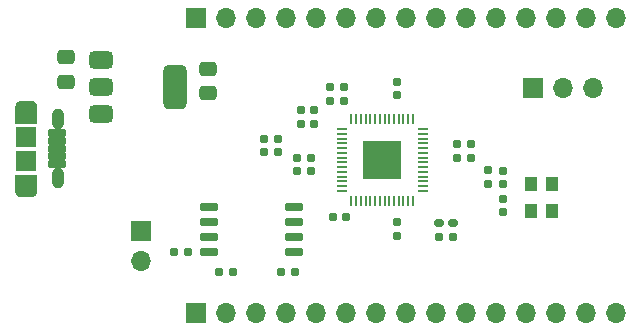
<source format=gbr>
%TF.GenerationSoftware,KiCad,Pcbnew,8.0.2*%
%TF.CreationDate,2024-09-05T22:56:17-06:00*%
%TF.ProjectId,2024_June_RP2040,32303234-5f4a-4756-9e65-5f5250323034,rev?*%
%TF.SameCoordinates,Original*%
%TF.FileFunction,Soldermask,Top*%
%TF.FilePolarity,Negative*%
%FSLAX46Y46*%
G04 Gerber Fmt 4.6, Leading zero omitted, Abs format (unit mm)*
G04 Created by KiCad (PCBNEW 8.0.2) date 2024-09-05 22:56:17*
%MOMM*%
%LPD*%
G01*
G04 APERTURE LIST*
G04 Aperture macros list*
%AMRoundRect*
0 Rectangle with rounded corners*
0 $1 Rounding radius*
0 $2 $3 $4 $5 $6 $7 $8 $9 X,Y pos of 4 corners*
0 Add a 4 corners polygon primitive as box body*
4,1,4,$2,$3,$4,$5,$6,$7,$8,$9,$2,$3,0*
0 Add four circle primitives for the rounded corners*
1,1,$1+$1,$2,$3*
1,1,$1+$1,$4,$5*
1,1,$1+$1,$6,$7*
1,1,$1+$1,$8,$9*
0 Add four rect primitives between the rounded corners*
20,1,$1+$1,$2,$3,$4,$5,0*
20,1,$1+$1,$4,$5,$6,$7,0*
20,1,$1+$1,$6,$7,$8,$9,0*
20,1,$1+$1,$8,$9,$2,$3,0*%
G04 Aperture macros list end*
%ADD10C,0.010000*%
%ADD11RoundRect,0.155000X-0.212500X-0.155000X0.212500X-0.155000X0.212500X0.155000X-0.212500X0.155000X0*%
%ADD12R,1.700000X1.700000*%
%ADD13O,1.700000X1.700000*%
%ADD14RoundRect,0.160000X0.197500X0.160000X-0.197500X0.160000X-0.197500X-0.160000X0.197500X-0.160000X0*%
%ADD15RoundRect,0.160000X-0.197500X-0.160000X0.197500X-0.160000X0.197500X0.160000X-0.197500X0.160000X0*%
%ADD16RoundRect,0.160000X0.222500X0.160000X-0.222500X0.160000X-0.222500X-0.160000X0.222500X-0.160000X0*%
%ADD17RoundRect,0.160000X-0.160000X0.197500X-0.160000X-0.197500X0.160000X-0.197500X0.160000X0.197500X0*%
%ADD18R,1.050000X1.300000*%
%ADD19RoundRect,0.155000X0.212500X0.155000X-0.212500X0.155000X-0.212500X-0.155000X0.212500X-0.155000X0*%
%ADD20RoundRect,0.102000X-0.675000X0.200000X-0.675000X-0.200000X0.675000X-0.200000X0.675000X0.200000X0*%
%ADD21O,1.004000X1.804000*%
%ADD22O,1.704000X0.954000*%
%ADD23RoundRect,0.102000X-0.775000X0.750000X-0.775000X-0.750000X0.775000X-0.750000X0.775000X0.750000X0*%
%ADD24RoundRect,0.155000X-0.155000X0.212500X-0.155000X-0.212500X0.155000X-0.212500X0.155000X0.212500X0*%
%ADD25RoundRect,0.155000X0.155000X-0.212500X0.155000X0.212500X-0.155000X0.212500X-0.155000X-0.212500X0*%
%ADD26RoundRect,0.250000X0.475000X-0.337500X0.475000X0.337500X-0.475000X0.337500X-0.475000X-0.337500X0*%
%ADD27RoundRect,0.150000X0.650000X0.150000X-0.650000X0.150000X-0.650000X-0.150000X0.650000X-0.150000X0*%
%ADD28RoundRect,0.375000X-0.625000X-0.375000X0.625000X-0.375000X0.625000X0.375000X-0.625000X0.375000X0*%
%ADD29RoundRect,0.500000X-0.500000X-1.400000X0.500000X-1.400000X0.500000X1.400000X-0.500000X1.400000X0*%
%ADD30RoundRect,0.050000X0.050000X-0.387500X0.050000X0.387500X-0.050000X0.387500X-0.050000X-0.387500X0*%
%ADD31RoundRect,0.050000X0.387500X-0.050000X0.387500X0.050000X-0.387500X0.050000X-0.387500X-0.050000X0*%
%ADD32R,3.200000X3.200000*%
G04 APERTURE END LIST*
D10*
%TO.C,J2*%
X86194600Y-64800800D02*
X86220600Y-64802800D01*
X86246600Y-64805800D01*
X86272600Y-64810800D01*
X86297600Y-64816800D01*
X86323600Y-64823800D01*
X86347600Y-64832800D01*
X86371600Y-64842800D01*
X86395600Y-64853800D01*
X86418600Y-64866800D01*
X86440600Y-64880800D01*
X86462600Y-64894800D01*
X86483600Y-64910800D01*
X86503600Y-64927800D01*
X86522600Y-64945800D01*
X86540600Y-64964800D01*
X86557600Y-64984800D01*
X86573600Y-65005800D01*
X86587600Y-65027800D01*
X86601600Y-65049800D01*
X86614600Y-65072800D01*
X86625600Y-65096800D01*
X86635600Y-65120800D01*
X86644600Y-65144800D01*
X86651600Y-65170800D01*
X86657600Y-65195800D01*
X86662600Y-65221800D01*
X86665600Y-65247800D01*
X86667600Y-65273800D01*
X86668600Y-65299800D01*
X86668600Y-66644800D01*
X84918600Y-66644800D01*
X84918600Y-65299800D01*
X84919600Y-65273800D01*
X84921600Y-65247800D01*
X84924600Y-65221800D01*
X84929600Y-65195800D01*
X84935600Y-65170800D01*
X84942600Y-65144800D01*
X84951600Y-65120800D01*
X84961600Y-65096800D01*
X84972600Y-65072800D01*
X84985600Y-65049800D01*
X84999600Y-65027800D01*
X85013600Y-65005800D01*
X85029600Y-64984800D01*
X85046600Y-64964800D01*
X85064600Y-64945800D01*
X85083600Y-64927800D01*
X85103600Y-64910800D01*
X85124600Y-64894800D01*
X85146600Y-64880800D01*
X85168600Y-64866800D01*
X85191600Y-64853800D01*
X85215600Y-64842800D01*
X85239600Y-64832800D01*
X85263600Y-64823800D01*
X85289600Y-64816800D01*
X85314600Y-64810800D01*
X85340600Y-64805800D01*
X85366600Y-64802800D01*
X85392600Y-64800800D01*
X85418600Y-64799800D01*
X86168600Y-64799800D01*
X86194600Y-64800800D01*
G36*
X86194600Y-64800800D02*
G01*
X86220600Y-64802800D01*
X86246600Y-64805800D01*
X86272600Y-64810800D01*
X86297600Y-64816800D01*
X86323600Y-64823800D01*
X86347600Y-64832800D01*
X86371600Y-64842800D01*
X86395600Y-64853800D01*
X86418600Y-64866800D01*
X86440600Y-64880800D01*
X86462600Y-64894800D01*
X86483600Y-64910800D01*
X86503600Y-64927800D01*
X86522600Y-64945800D01*
X86540600Y-64964800D01*
X86557600Y-64984800D01*
X86573600Y-65005800D01*
X86587600Y-65027800D01*
X86601600Y-65049800D01*
X86614600Y-65072800D01*
X86625600Y-65096800D01*
X86635600Y-65120800D01*
X86644600Y-65144800D01*
X86651600Y-65170800D01*
X86657600Y-65195800D01*
X86662600Y-65221800D01*
X86665600Y-65247800D01*
X86667600Y-65273800D01*
X86668600Y-65299800D01*
X86668600Y-66644800D01*
X84918600Y-66644800D01*
X84918600Y-65299800D01*
X84919600Y-65273800D01*
X84921600Y-65247800D01*
X84924600Y-65221800D01*
X84929600Y-65195800D01*
X84935600Y-65170800D01*
X84942600Y-65144800D01*
X84951600Y-65120800D01*
X84961600Y-65096800D01*
X84972600Y-65072800D01*
X84985600Y-65049800D01*
X84999600Y-65027800D01*
X85013600Y-65005800D01*
X85029600Y-64984800D01*
X85046600Y-64964800D01*
X85064600Y-64945800D01*
X85083600Y-64927800D01*
X85103600Y-64910800D01*
X85124600Y-64894800D01*
X85146600Y-64880800D01*
X85168600Y-64866800D01*
X85191600Y-64853800D01*
X85215600Y-64842800D01*
X85239600Y-64832800D01*
X85263600Y-64823800D01*
X85289600Y-64816800D01*
X85314600Y-64810800D01*
X85340600Y-64805800D01*
X85366600Y-64802800D01*
X85392600Y-64800800D01*
X85418600Y-64799800D01*
X86168600Y-64799800D01*
X86194600Y-64800800D01*
G37*
X86668600Y-72389800D02*
X86667600Y-72415800D01*
X86665600Y-72441800D01*
X86662600Y-72467800D01*
X86657600Y-72493800D01*
X86651600Y-72518800D01*
X86644600Y-72544800D01*
X86635600Y-72568800D01*
X86625600Y-72592800D01*
X86614600Y-72616800D01*
X86601600Y-72639800D01*
X86587600Y-72661800D01*
X86573600Y-72683800D01*
X86557600Y-72704800D01*
X86540600Y-72724800D01*
X86522600Y-72743800D01*
X86503600Y-72761800D01*
X86483600Y-72778800D01*
X86462600Y-72794800D01*
X86440600Y-72808800D01*
X86418600Y-72822800D01*
X86395600Y-72835800D01*
X86371600Y-72846800D01*
X86347600Y-72856800D01*
X86323600Y-72865800D01*
X86297600Y-72872800D01*
X86272600Y-72878800D01*
X86246600Y-72883800D01*
X86220600Y-72886800D01*
X86194600Y-72888800D01*
X86168600Y-72889800D01*
X85418600Y-72889800D01*
X85392600Y-72888800D01*
X85366600Y-72886800D01*
X85340600Y-72883800D01*
X85314600Y-72878800D01*
X85289600Y-72872800D01*
X85263600Y-72865800D01*
X85239600Y-72856800D01*
X85215600Y-72846800D01*
X85191600Y-72835800D01*
X85168600Y-72822800D01*
X85146600Y-72808800D01*
X85124600Y-72794800D01*
X85103600Y-72778800D01*
X85083600Y-72761800D01*
X85064600Y-72743800D01*
X85046600Y-72724800D01*
X85029600Y-72704800D01*
X85013600Y-72683800D01*
X84999600Y-72661800D01*
X84985600Y-72639800D01*
X84972600Y-72616800D01*
X84961600Y-72592800D01*
X84951600Y-72568800D01*
X84942600Y-72544800D01*
X84935600Y-72518800D01*
X84929600Y-72493800D01*
X84924600Y-72467800D01*
X84921600Y-72441800D01*
X84919600Y-72415800D01*
X84918600Y-72389800D01*
X84918600Y-71044800D01*
X86668600Y-71044800D01*
X86668600Y-72389800D01*
G36*
X86668600Y-72389800D02*
G01*
X86667600Y-72415800D01*
X86665600Y-72441800D01*
X86662600Y-72467800D01*
X86657600Y-72493800D01*
X86651600Y-72518800D01*
X86644600Y-72544800D01*
X86635600Y-72568800D01*
X86625600Y-72592800D01*
X86614600Y-72616800D01*
X86601600Y-72639800D01*
X86587600Y-72661800D01*
X86573600Y-72683800D01*
X86557600Y-72704800D01*
X86540600Y-72724800D01*
X86522600Y-72743800D01*
X86503600Y-72761800D01*
X86483600Y-72778800D01*
X86462600Y-72794800D01*
X86440600Y-72808800D01*
X86418600Y-72822800D01*
X86395600Y-72835800D01*
X86371600Y-72846800D01*
X86347600Y-72856800D01*
X86323600Y-72865800D01*
X86297600Y-72872800D01*
X86272600Y-72878800D01*
X86246600Y-72883800D01*
X86220600Y-72886800D01*
X86194600Y-72888800D01*
X86168600Y-72889800D01*
X85418600Y-72889800D01*
X85392600Y-72888800D01*
X85366600Y-72886800D01*
X85340600Y-72883800D01*
X85314600Y-72878800D01*
X85289600Y-72872800D01*
X85263600Y-72865800D01*
X85239600Y-72856800D01*
X85215600Y-72846800D01*
X85191600Y-72835800D01*
X85168600Y-72822800D01*
X85146600Y-72808800D01*
X85124600Y-72794800D01*
X85103600Y-72778800D01*
X85083600Y-72761800D01*
X85064600Y-72743800D01*
X85046600Y-72724800D01*
X85029600Y-72704800D01*
X85013600Y-72683800D01*
X84999600Y-72661800D01*
X84985600Y-72639800D01*
X84972600Y-72616800D01*
X84961600Y-72592800D01*
X84951600Y-72568800D01*
X84942600Y-72544800D01*
X84935600Y-72518800D01*
X84929600Y-72493800D01*
X84924600Y-72467800D01*
X84921600Y-72441800D01*
X84919600Y-72415800D01*
X84918600Y-72389800D01*
X84918600Y-71044800D01*
X86668600Y-71044800D01*
X86668600Y-72389800D01*
G37*
%TD*%
D11*
%TO.C,C9*%
X122351800Y-69596000D03*
X123486800Y-69596000D03*
%TD*%
D12*
%TO.C,J1*%
X95580200Y-75844400D03*
D13*
X95580200Y-78384400D03*
%TD*%
D14*
%TO.C,R3*%
X107150500Y-69164200D03*
X105955500Y-69164200D03*
%TD*%
D15*
%TO.C,R2*%
X102170900Y-79248000D03*
X103365900Y-79248000D03*
%TD*%
D16*
%TO.C,D1*%
X121947000Y-75133200D03*
X120802000Y-75133200D03*
%TD*%
D17*
%TO.C,R5*%
X124965400Y-70674900D03*
X124965400Y-71869900D03*
%TD*%
D18*
%TO.C,Y2*%
X130324800Y-74142600D03*
X130324800Y-71842600D03*
X128574800Y-71842600D03*
X128574800Y-74142600D03*
%TD*%
D19*
%TO.C,C13*%
X110219300Y-65608200D03*
X109084300Y-65608200D03*
%TD*%
D11*
%TO.C,C12*%
X109084300Y-66776600D03*
X110219300Y-66776600D03*
%TD*%
D14*
%TO.C,R1*%
X108572900Y-79273400D03*
X107377900Y-79273400D03*
%TD*%
D20*
%TO.C,J2*%
X88468600Y-67544800D03*
X88468600Y-68194800D03*
X88468600Y-68844800D03*
X88468600Y-69494800D03*
X88468600Y-70144800D03*
D21*
X88493600Y-66344800D03*
X88493600Y-71344800D03*
D22*
X85793600Y-65319800D03*
D23*
X85793600Y-67844800D03*
X85793600Y-69844800D03*
D22*
X85793600Y-72369800D03*
%TD*%
D24*
%TO.C,C6*%
X117246400Y-75073700D03*
X117246400Y-76208700D03*
%TD*%
D25*
%TO.C,C5*%
X117246400Y-64312800D03*
X117246400Y-63177800D03*
%TD*%
D26*
%TO.C,C1*%
X89204800Y-63165900D03*
X89204800Y-61090900D03*
%TD*%
D12*
%TO.C,J3*%
X100253800Y-82759600D03*
D13*
X102793800Y-82759600D03*
X105333800Y-82759600D03*
X107873800Y-82759600D03*
X110413800Y-82759600D03*
X112953800Y-82759600D03*
X115493800Y-82759600D03*
X118033800Y-82759600D03*
X120573800Y-82759600D03*
X123113800Y-82759600D03*
X125653800Y-82759600D03*
X128193800Y-82759600D03*
X130733800Y-82759600D03*
X133273800Y-82759600D03*
X135813800Y-82759600D03*
%TD*%
D15*
%TO.C,R6*%
X120789100Y-76301600D03*
X121984100Y-76301600D03*
%TD*%
D14*
%TO.C,R4*%
X107137900Y-68046600D03*
X105942900Y-68046600D03*
%TD*%
D11*
%TO.C,C14*%
X122351800Y-68478400D03*
X123486800Y-68478400D03*
%TD*%
D25*
%TO.C,C3*%
X111582200Y-64778700D03*
X111582200Y-63643700D03*
%TD*%
D27*
%TO.C,U3*%
X108476600Y-77597000D03*
X108476600Y-76327000D03*
X108476600Y-75057000D03*
X108476600Y-73787000D03*
X101276600Y-73787000D03*
X101276600Y-75057000D03*
X101276600Y-76327000D03*
X101276600Y-77597000D03*
%TD*%
D19*
%TO.C,C11*%
X99500500Y-77622400D03*
X98365500Y-77622400D03*
%TD*%
D28*
%TO.C,U1*%
X92176200Y-61313700D03*
X92176200Y-63613700D03*
D29*
X98476200Y-63613700D03*
D28*
X92176200Y-65913700D03*
%TD*%
D25*
%TO.C,C17*%
X126212600Y-74227500D03*
X126212600Y-73092500D03*
%TD*%
D26*
%TO.C,C2*%
X101269800Y-64131100D03*
X101269800Y-62056100D03*
%TD*%
D25*
%TO.C,C4*%
X112750600Y-64778700D03*
X112750600Y-63643700D03*
%TD*%
D19*
%TO.C,C8*%
X109931200Y-69621400D03*
X108796200Y-69621400D03*
%TD*%
D12*
%TO.C,J5*%
X128778000Y-63677800D03*
D13*
X131318000Y-63677800D03*
X133858000Y-63677800D03*
%TD*%
D19*
%TO.C,C7*%
X112937100Y-74650600D03*
X111802100Y-74650600D03*
%TD*%
D30*
%TO.C,U2*%
X113376400Y-73236700D03*
X113776400Y-73236700D03*
X114176400Y-73236700D03*
X114576400Y-73236700D03*
X114976400Y-73236700D03*
X115376400Y-73236700D03*
X115776400Y-73236700D03*
X116176400Y-73236700D03*
X116576400Y-73236700D03*
X116976400Y-73236700D03*
X117376400Y-73236700D03*
X117776400Y-73236700D03*
X118176400Y-73236700D03*
X118576400Y-73236700D03*
D31*
X119413900Y-72399200D03*
X119413900Y-71999200D03*
X119413900Y-71599200D03*
X119413900Y-71199200D03*
X119413900Y-70799200D03*
X119413900Y-70399200D03*
X119413900Y-69999200D03*
X119413900Y-69599200D03*
X119413900Y-69199200D03*
X119413900Y-68799200D03*
X119413900Y-68399200D03*
X119413900Y-67999200D03*
X119413900Y-67599200D03*
X119413900Y-67199200D03*
D30*
X118576400Y-66361700D03*
X118176400Y-66361700D03*
X117776400Y-66361700D03*
X117376400Y-66361700D03*
X116976400Y-66361700D03*
X116576400Y-66361700D03*
X116176400Y-66361700D03*
X115776400Y-66361700D03*
X115376400Y-66361700D03*
X114976400Y-66361700D03*
X114576400Y-66361700D03*
X114176400Y-66361700D03*
X113776400Y-66361700D03*
X113376400Y-66361700D03*
D31*
X112538900Y-67199200D03*
X112538900Y-67599200D03*
X112538900Y-67999200D03*
X112538900Y-68399200D03*
X112538900Y-68799200D03*
X112538900Y-69199200D03*
X112538900Y-69599200D03*
X112538900Y-69999200D03*
X112538900Y-70399200D03*
X112538900Y-70799200D03*
X112538900Y-71199200D03*
X112538900Y-71599200D03*
X112538900Y-71999200D03*
X112538900Y-72399200D03*
D32*
X115976400Y-69799200D03*
%TD*%
D24*
%TO.C,C16*%
X126184600Y-70696200D03*
X126184600Y-71831200D03*
%TD*%
D12*
%TO.C,J4*%
X100253800Y-57759600D03*
D13*
X102793800Y-57759600D03*
X105333800Y-57759600D03*
X107873800Y-57759600D03*
X110413800Y-57759600D03*
X112953800Y-57759600D03*
X115493800Y-57759600D03*
X118033800Y-57759600D03*
X120573800Y-57759600D03*
X123113800Y-57759600D03*
X125653800Y-57759600D03*
X128193800Y-57759600D03*
X130733800Y-57759600D03*
X133273800Y-57759600D03*
X135813800Y-57759600D03*
%TD*%
D19*
%TO.C,C15*%
X109931200Y-70739000D03*
X108796200Y-70739000D03*
%TD*%
M02*

</source>
